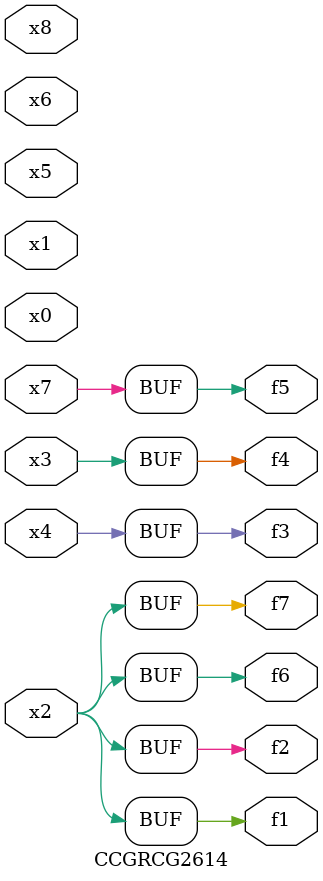
<source format=v>
module CCGRCG2614(
	input x0, x1, x2, x3, x4, x5, x6, x7, x8,
	output f1, f2, f3, f4, f5, f6, f7
);
	assign f1 = x2;
	assign f2 = x2;
	assign f3 = x4;
	assign f4 = x3;
	assign f5 = x7;
	assign f6 = x2;
	assign f7 = x2;
endmodule

</source>
